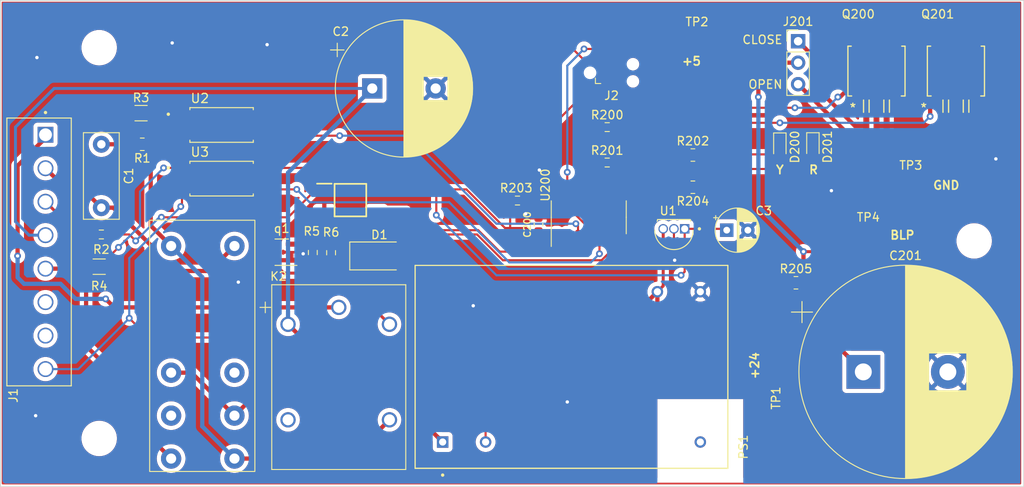
<source format=kicad_pcb>
(kicad_pcb (version 20221018) (generator pcbnew)
  (layers (0 "F.Cu" signal) (31 "B.Cu" signal) (34 "B.Paste" user) (35 "F.Paste" user) (36 "B.SilkS" user "B.Silkscreen") (37 "F.SilkS" user "F.Silkscreen") (38 "B.Mask" user) (39 "F.Mask" user) (44 "Edge.Cuts" user))
  (net 0 "")
  (net 1 "/L1")
  (net 2 "Net-(C1-Pad1)")
  (net 3 "+24V")
  (net 4 "/G_L1")
  (net 7 "Earth")
  (net 8 "/MCU/MCLR")
  (net 9 "GND")
  (net 10 "Net-(D1-K)")
  (net 13 "+5V")
  (net 14 "/MCU/DAT")
  (net 15 "/MCU/CLK")
  (net 16 "Net-(D200-A)")
  (net 17 "Net-(D201-A)")
  (net 19 "TEST")
  (net 20 "/L2")
  (net 21 "/MCU/BLP")
  (net 22 "Net-(IC1-ANODE)")
  (net 23 "/MCU/Close")
  (net 24 "/MCU/Open")
  (net 25 "TESTING")
  (net 26 "Net-(PS1-VAC_IN(L))")
  (net 28 "/UTIL")
  (net 29 "Net-(q1-B)")
  (net 30 "Net-(Q200-B)")
  (net 31 "Net-(Q201-B)")
  (net 32 "Net-(R3-Pad2)")
  (net 33 "Net-(R4-Pad2)")
  (net 34 "TEST_ON")
  (net 35 "Net-(U200-RA2)")
  (net 36 "Net-(U200-RC0)")
  (net 37 "Net-(U200-RC1)")
  (net 38 "Net-(U200-RC2)")
  (net 39 "UTIL_sig")
  (net 40 "GEN_sig")
  (footprint "Resistor_SMD:R_0805_2012Metric_Pad1.20x1.40mm_HandSolder" (layer "F.Cu") (at 183.769 89.154)
    (fp_text reference "R202" (at 0 -1.65) (layer "F.SilkS"))
    (fp_text value "470")
    (pad "1" smd roundrect (at -1 0) (size 1.2 1.4) (layers "F.Cu" "F.Paste" "F.Mask") (roundrect_rratio 0.2083333333) (net 37 "Net-(U200-RC1)"))
    (pad "2" smd roundrect (at 1 0) (size 1.2 1.4) (layers "F.Cu" "F.Paste" "F.Mask") (roundrect_rratio 0.2083333333) (net 16 "Net-(D200-A)"))
  )
  (footprint "Resistor_SMD:R_0805_2012Metric_Pad1.20x1.40mm_HandSolder" (layer "F.Cu") (at 183.769 92.964 180)
    (fp_text reference "R204" (at 0 -1.65) (layer "F.SilkS"))
    (fp_text value "470" hide)
    (pad "1" smd roundrect (at -1 0 180) (size 1.2 1.4) (layers "F.Cu" "F.Paste" "F.Mask") (roundrect_rratio 0.2083333333) (net 17 "Net-(D201-A)"))
    (pad "2" smd roundrect (at 1 0 180) (size 1.2 1.4) (layers "F.Cu" "F.Paste" "F.Mask") (roundrect_rratio 0.2083333333) (net 38 "Net-(U200-RC2)"))
  )
  (footprint "Capacitor_THT:CP_Radial_D16.0mm_P7.50mm" (layer "F.Cu") (at 145.839246 81.28)
    (fp_text reference "C2" (at -3.726246 -6.731) (layer "F.SilkS"))
    (fp_text value "1000uf")
    (pad "1" thru_hole rect (at 0 0) (size 2.4 2.4) (drill 1.2) (layers "*.Cu" "*.Mask") (net 3 "+24V"))
    (pad "2" thru_hole circle (at 7.5 0) (size 2.4 2.4) (drill 1.2) (layers "*.Cu" "*.Mask") (net 9 "GND"))
  )
  (footprint "Capacitor_THT:CP_Radial_D5.0mm_P2.50mm" (layer "F.Cu") (at 187.770888 98.044)
    (fp_text reference "C3" (at 4.380112 -2.286) (layer "F.SilkS"))
    (fp_text value "10uf")
    (pad "1" thru_hole rect (at 0 0) (size 1.6 1.6) (drill 0.8) (layers "*.Cu" "*.Mask") (net 13 "+5V"))
    (pad "2" thru_hole circle (at 2.5 0) (size 1.6 1.6) (drill 0.8) (layers "*.Cu" "*.Mask") (net 9 "GND"))
  )
  (footprint "Resistor_SMD:R_0603_1608Metric_Pad0.98x0.95mm_HandSolder" (layer "F.Cu") (at 173.6325 90.043)
    (fp_text reference "R201" (at 0 -1.43) (layer "F.SilkS"))
    (fp_text value "2.2k")
    (pad "1" smd roundrect (at -0.9125 0) (size 0.975 0.95) (layers "F.Cu" "F.Paste" "F.Mask") (net 36 "Net-(U200-RC0)"))
    (pad "2" smd roundrect (at 0.9125 0) (size 0.975 0.95) (layers "F.Cu" "F.Paste" "F.Mask") (net 31 "Net-(Q201-B)"))
  )
  (footprint "Resistor_SMD:R_0805_2012Metric_Pad1.20x1.40mm_HandSolder" (layer "F.Cu") (at 118.634 87.884 180)
    (fp_text reference "R1" (at 0 -1.65) (layer "F.SilkS"))
    (fp_text value "47" hide)
    (pad "1" smd roundrect (at -1 0 180) (size 1.2 1.4) (layers "F.Cu" "F.Paste" "F.Mask") (roundrect_rratio 0.2083333333) (net 28 "/UTIL"))
    (pad "2" smd roundrect (at 1 0 180) (size 1.2 1.4) (layers "F.Cu" "F.Paste" "F.Mask") (roundrect_rratio 0.2083333333) (net 2 "Net-(C1-Pad1)"))
  )
  (footprint "Connector_PinHeader_2.54mm:PinHeader_1x03_P2.54mm_Vertical" (layer "F.Cu") (at 196.215 75.692)
    (fp_text reference "J201" (at 0 -2.33) (layer "F.SilkS"))
    (fp_text value "Conn_01x03_Male" hide)
    (pad "1" thru_hole rect (at 0 0) (size 1.7 1.7) (drill 1) (layers "*.Cu" "*.Mask") (net 23 "/MCU/Close"))
    (pad "2" thru_hole oval (at 0 2.54) (size 1.7 1.7) (drill 1) (layers "*.Cu" "*.Mask") (net 21 "/MCU/BLP"))
    (pad "3" thru_hole oval (at 0 5.08) (size 1.7 1.7) (drill 1) (layers "*.Cu" "*.Mask") (net 24 "/MCU/Open"))
  )
  (footprint "Package_TO_SOT_SMD:SOT-23-3" (layer "F.Cu") (at 135.1335 100.65 180)
    (fp_text reference "q1" (at 0 2.794) (layer "F.SilkS"))
    (fp_text value "NPN_Transistor" hide)
    (pad "1" smd roundrect (at -1.1375 -0.95 180) (size 1.325 0.6) (layers "F.Cu" "F.Paste" "F.Mask") (net 9 "GND"))
    (pad "2" smd roundrect (at -1.1375 0.95 180) (size 1.325 0.6) (layers "F.Cu" "F.Paste" "F.Mask") (net 29 "Net-(q1-B)"))
    (pad "3" smd roundrect (at 1.1375 0 180) (size 1.325 0.6) (layers "F.Cu" "F.Paste" "F.Mask") (net 10 "Net-(D1-K)"))
  )
  (footprint "Connector:Tag-Connect_TC2030-IDC-NL_2x03_P1.27mm_Vertical" (layer "F.Cu") (at 174.1424 79.4258)
    (fp_text reference "J2" (at 0 2.7) (layer "F.SilkS"))
    (fp_text value "TagConnect_TC2030-MCP")
    (pad "" np_thru_hole circle (at -2.54 0) (size 0.9906 0.9906) (drill 0.9906) (layers "*.Cu" "*.Mask"))
    (pad "" np_thru_hole circle (at 2.54 -1.016) (size 0.9906 0.9906) (drill 0.9906) (layers "*.Cu" "*.Mask"))
    (pad "" np_thru_hole circle (at 2.54 1.016) (size 0.9906 0.9906) (drill 0.9906) (layers "*.Cu" "*.Mask"))
    (pad "1" connect circle (at -1.27 0.635) (size 0.7874 0.7874) (layers "F.Cu" "F.Mask") (net 8 "/MCU/MCLR"))
    (pad "2" connect circle (at -1.27 -0.635) (size 0.7874 0.7874) (layers "F.Cu" "F.Mask") (net 13 "+5V"))
    (pad "3" connect circle (at 0 0.635) (size 0.7874 0.7874) (layers "F.Cu" "F.Mask") (net 9 "GND"))
    (pad "4" connect circle (at 0 -0.635) (size 0.7874 0.7874) (layers "F.Cu" "F.Mask") (net 14 "/MCU/DAT"))
    (pad "5" connect circle (at 1.27 0.635) (size 0.7874 0.7874) (layers "F.Cu" "F.Mask") (net 15 "/MCU/CLK"))
    (pad "6" connect circle (at 1.27 -0.635) (size 0.7874 0.7874) (layers "F.Cu" "F.Mask"))
    (zone (net 0) (net_name "") (layer "F.Cu") (connect_pads (clearance 0)) (min_thickness 0.254)
      (keepout (tracks allowed) (vias not_allowed) (pads allowed) (copperpour not_allowed) (footprints not_allowed))
      (fill (thermal_gap 0.508) (thermal_bridge_width 0.508))
      (polygon (pts (xy 175.4124 78.7908) (xy 172.8724 78.7908) (xy 172.8724 80.0608) (xy 175.4124 80.0608)))
    )
  )
  (footprint "AAA_JH:CONV_RAC05E-24SK" (layer "F.Cu") (at 169.4075 114.2145 90)
    (fp_text reference "PS1" (at -9.4835 20.3305 90) (layer "F.SilkS"))
    (fp_text value "RAC05E-24SK")
    (pad "1" thru_hole rect (at -8.89 -15.24 90) (size 1.358 1.358) (drill 0.85) (layers "*.Cu" "*.Mask") (net 26 "Net-(PS1-VAC_IN(L))"))
    (pad "2" thru_hole circle (at -8.89 -10.16 90) (size 1.358 1.358) (drill 0.85) (layers "*.Cu" "*.Mask") (net 7 "Earth"))
    (pad "3" thru_hole circle (at -8.89 15.24 90) (size 1.358 1.358) (drill 0.85) (layers "*.Cu" "*.Mask"))
    (pad "4" thru_hole circle (at 8.89 15.24 90) (size 1.358 1.358) (drill 0.85) (layers "*.Cu" "*.Mask") (net 9 "GND"))
    (pad "5" thru_hole circle (at 8.89 10.16 90) (size 1.358 1.358) (drill 0.85) (layers "*.Cu" "*.Mask") (net 3 "+24V"))
    (zone (net 0) (net_name "") (layer "F.Cu") (connect_pads (clearance 0)) (min_thickness 0.01)
      (keepout (tracks not_allowed) (vias not_allowed) (pads not_allowed) (copperpour not_allowed) (footprints allowed))
      (fill (thermal_gap 0.508) (thermal_bridge_width 0.508))
      (polygon (pts (xy 179.5675 128.1845) (xy 179.5675 118.0245) (xy 189.7275 118.0245) (xy 189.7275 128.1845)))
    )
    (zone (net 0) (net_name "") (layer "B.Cu") (connect_pads (clearance 0)) (min_thickness 0.01)
      (keepout (tracks not_allowed) (vias not_allowed) (pads not_allowed) (copperpour not_allowed) (footprints allowed))
      (fill (thermal_gap 0.508) (thermal_bridge_width 0.508))
      (polygon (pts (xy 179.5675 128.1845) (xy 179.5675 118.0245) (xy 189.7275 118.0245) (xy 189.7275 128.1845)))
    )
  )
  (footprint "AAA_JH:4052" (layer "F.Cu") (at 125.73 93.059)
    (fp_text reference "K1" hide)
    (fp_text value "40.52.8.024.5000" hide)
    (pad "1" thru_hole circle (at -3.683 6.858) (size 2.4 2.4) (drill 1.2) (layers "*.Cu" "*.Mask") (net 28 "/UTIL"))
    (pad "2" thru_hole circle (at 3.81 6.858) (size 2.4 2.4) (drill 1.2) (layers "*.Cu" "*.Mask") (net 20 "/L2"))
    (pad "3" thru_hole circle (at 3.81 21.844) (size 2.4 2.4) (drill 1.2) (layers "*.Cu" "*.Mask"))
    (pad "4" thru_hole circle (at 3.81 26.924) (size 2.4 2.4) (drill 1.2) (layers "*.Cu" "*.Mask") (net 26 "Net-(PS1-VAC_IN(L))"))
    (pad "5" thru_hole circle (at 3.81 32.004) (size 2.4 2.4) (drill 1.2) (layers "*.Cu" "*.Mask") (net 28 "/UTIL"))
    (pad "6" thru_hole circle (at -3.683 21.844) (size 2.4 2.4) (drill 1.2) (layers "*.Cu" "*.Mask") (net 26 "Net-(PS1-VAC_IN(L))"))
    (pad "7" thru_hole circle (at -3.683 26.924) (size 2.4 2.4) (drill 1.2) (layers "*.Cu" "*.Mask"))
    (pad "8" thru_hole circle (at -3.683 32.004) (size 2.4 2.4) (drill 1.2) (layers "*.Cu" "*.Mask") (net 4 "/G_L1"))
  )
  (footprint "Resistor_SMD:R_0603_1608Metric_Pad0.98x0.95mm_HandSolder" (layer "F.Cu") (at 138.811 100.6875 -90)
    (fp_text reference "R5" (at -2.5165 0.127 -180) (layer "F.SilkS"))
    (fp_text value "10k" hide)
    (pad "1" smd roundrect (at -0.9125 0 270) (size 0.975 0.95) (layers "F.Cu" "F.Paste" "F.Mask") (net 29 "Net-(q1-B)"))
    (pad "2" smd roundrect (at 0.9125 0 270) (size 0.975 0.95) (layers "F.Cu" "F.Paste" "F.Mask") (net 9 "GND"))
  )
  (footprint "Resistor_SMD:R_0603_1608Metric_Pad0.98x0.95mm_HandSolder" (layer "F.Cu") (at 140.97 100.711 -90)
    (fp_text reference "R6" (at -2.413 0 -180) (layer "F.SilkS"))
    (fp_text value "470")
    (pad "1" smd roundrect (at -0.9125 0 270) (size 0.975 0.95) (layers "F.Cu" "F.Paste" "F.Mask") (net 29 "Net-(q1-B)"))
    (pad "2" smd roundrect (at 0.9125 0 270) (size 0.975 0.95) (layers "F.Cu" "F.Paste" "F.Mask") (net 34 "TEST_ON"))
  )
  (footprint "Resistor_SMD:R_0603_1608Metric_Pad0.98x0.95mm_HandSolder" (layer "F.Cu") (at 113.792 98.552)
    (fp_text reference "R2" (at 0 1.778) (layer "F.SilkS"))
    (fp_text value "2.2k" hide)
    (pad "1" smd roundrect (at -0.9125 0) (size 0.975 0.95) (layers "F.Cu" "F.Paste" "F.Mask") (net 19 "TEST"))
    (pad "2" smd roundrect (at 0.9125 0) (size 0.975 0.95) (layers "F.Cu" "F.Paste" "F.Mask") (net 22 "Net-(IC1-ANODE)"))
  )
  (footprint "MountingHole:MountingHole_3.7mm" (layer "F.Cu") (at 113.538 76.454)
    (fp_text reference "H3" hide)
    (fp_text value "MountingHole")
    (pad "" np_thru_hole circle (at 0 0) (size 3.7 3.7) (drill 3.7) (layers "*.Cu" "*.Mask"))
  )
  (footprint "MountingHole:MountingHole_3.7mm" (layer "F.Cu") (at 113.538 122.682)
    (fp_text reference "H1" hide)
    (fp_text value "MountingHole")
    (pad "" np_thru_hole circle (at 0 0) (size 3.7 3.7) (drill 3.7) (layers "*.Cu" "*.Mask"))
  )
  (footprint "AAA_Misc:KEYSTONE_5019" (layer "F.Cu") (at 209.4992 92.5576)
    (fp_text reference "TP3" (at 0.0508 -2.1844) (layer "F.SilkS"))
    (fp_text value "5019")
    (pad "TP" smd rect (at 0 0) (size 3.8 2.03) (layers "F.Cu" "F.Paste" "F.Mask") (net 9 "GND"))
  )
  (footprint "LED_SMD:LED_0603_1608Metric_Pad1.05x0.95mm_HandSolder" (layer "F.Cu") (at 197.9676 88.1774 -90)
    (fp_text reference "D201" (at 0.0114 -1.7272 90) (layer "F.SilkS"))
    (fp_text value "LED red")
    (pad "1" smd roundrect (at -0.875 0 270) (size 1.05 0.95) (layers "F.Cu" "F.Paste" "F.Mask") (net 9 "GND"))
    (pad "2" smd roundrect (at 0.875 0 270) (size 1.05 0.95) (layers "F.Cu" "F.Paste" "F.Mask") (net 17 "Net-(D201-A)"))
  )
  (footprint "AAA_Misc:KEYSTONE_5019" (layer "F.Cu") (at 193.3956 114.0968 90)
    (fp_text reference "TP1" (at -3.81 0.2032 90) (layer "F.SilkS"))
    (fp_text value "5019")
    (pad "TP" smd rect (at 0 0 90) (size 3.8 2.03) (layers "F.Cu" "F.Paste" "F.Mask") (net 3 "+24V"))
  )
  (footprint "Capacitor_THT:CP_Radial_D25.0mm_P10.00mm_SnapIn" (layer "F.Cu") (at 203.92863 114.808)
    (fp_text reference "C201" (at 5 -13.75) (layer "F.SilkS"))
    (fp_text value "4700uf")
    (pad "1" thru_hole rect (at 0 0) (size 4 4) (drill 2) (layers "*.Cu" "*.Mask") (net 21 "/MCU/BLP"))
    (pad "2" thru_hole circle (at 10 0) (size 4 4) (drill 2) (layers "*.Cu" "*.Mask") (net 9 "GND"))
  )
  (footprint "MountingHole:MountingHole_3.7mm" (layer "F.Cu") (at 217.043 99.314)
    (fp_text reference "H2" hide)
    (fp_text value "MountingHole")
    (pad "" np_thru_hole circle (at 0 0) (size 3.7 3.7) (drill 3.7) (layers "*.Cu" "*.Mask"))
  )
  (footprint "AAA_JH:TRANS_2SD1918_ROM-M" (layer "F.Cu") (at 214.884 79.2226)
    (fp_text reference "Q201" (at -2.159 -6.731 unlocked) (layer "F.SilkS"))
    (fp_text value "Q_NPN_Darlington_CBE" hide)
    (fp_text user "*" (at -3.81 4.3434 unlocked) (layer "F.SilkS"))
    (pad "1" smd rect (at -1.2 6.4897) (size 0.7112 2.5146) (layers "F.Cu" "F.Paste" "F.Mask") (net 24 "/MCU/Open"))
    (pad "2" smd rect (at 0 -1.2446) (size 5.3086 8.0264) (layers "F.Cu" "F.Paste" "F.Mask") (net 31 "Net-(Q201-B)"))
    (pad "3" smd rect (at 1.2 6.4897) (size 0.7112 2.5146) (layers "F.Cu" "F.Paste" "F.Mask") (net 9 "GND"))
  )
  (footprint "AAA_JH:SOP254P675X220-4N" (layer "F.Cu") (at 143.256 94.488)
    (fp_text reference "IC1" hide)
    (fp_text value "LTV-356T" hide)
    (pad "1" smd rect (at -3.088 -1.27 90) (size 0.65 1.725) (layers "F.Cu" "F.Paste" "F.Mask") (net 22 "Net-(IC1-ANODE)"))
    (pad "2" smd rect (at -3.088 1.27 90) (size 0.65 1.725) (layers "F.Cu" "F.Paste" "F.Mask") (net 9 "GND"))
    (pad "3" smd rect (at 3.088 1.27 90) (size 0.65 1.725) (layers "F.Cu" "F.Paste" "F.Mask") (net 25 "TESTING"))
    (pad "4" smd rect (at 3.088 -1.27 90) (size 0.65 1.725) (layers "F.Cu" "F.Paste" "F.Mask") (net 13 "+5V"))
  )
  (footprint "Resistor_SMD:R_1206_3216Metric_Pad1.30x1.75mm_HandSolder" (layer "F.Cu") (at 118.491 84.201)
    (fp_text reference "R3" (at 0 -1.82) (layer "F.SilkS"))
    (fp_text value "100k" hide)
    (pad "1" smd roundrect (at -1.55 0) (size 1.3 1.75) (layers "F.Cu" "F.Paste" "F.Mask") (roundrect_rratio 0.1923076923) (net 28 "/UTIL"))
    (pad "2" smd roundrect (at 1.55 0) (size 1.3 1.75) (layers "F.Cu" "F.Paste" "F.Mask") (roundrect_rratio 0.1923076923) (net 32 "Net-(R3-Pad2)"))
  )
  (footprint "Resistor_SMD:R_0805_2012Metric_Pad1.20x1.40mm_HandSolder" (layer "F.Cu") (at 195.961 104.267)
    (fp_text reference "R205" (at 0 -1.65) (layer "F.SilkS"))
    (fp_text value "220")
    (pad "1" smd roundrect (at -1 0) (size 1.2 1.4) (layers "F.Cu" "F.Paste" "F.Mask") (roundrect_rratio 0.2083333333) (net 3 "+24V"))
    (pad "2" smd roundrect (at 1 0) (size 1.2 1.4) (layers "F.Cu" "F.Paste" "F.Mask") (roundrect_rratio 0.2083333333) (net 21 "/MCU/BLP"))
  )
  (footprint "Capacitor_SMD:C_0603_1608Metric_Pad1.08x0.95mm_HandSolder" (layer "F.Cu") (at 165.5064 97.3836 90)
    (fp_text reference "C200" (at 0 -1.3208 90) (layer "F.SilkS") (effects (font (size 0.8 0.8))))
    (fp_text value ".1uf")
    (pad "1" smd roundrect (at -0.8625 0 90) (size 1.075 0.95) (layers "F.Cu" "F.Paste" "F.Mask") (net 13 "+5V"))
    (pad "2" smd roundrect (at 0.8625 0 90) (size 1.075 0.95) (layers "F.Cu" "F.Paste" "F.Mask") (net 9 "GND"))
  )
  (footprint "AAA_Misc:KEYSTONE_5019" (layer "F.Cu") (at 204.5208 98.5012)
    (fp_text reference "TP4" (at 0 -1.9812) (layer "F.SilkS"))
    (fp_text value "5019")
    (pad "TP" smd rect (at 0 0) (size 3.8 2.03) (layers "F.Cu" "F.Paste" "F.Mask") (net 21 "/MCU/BLP"))
  )
  (footprint "AAA_JH:SOP254P1015X230-4N" (layer "F.Cu") (at 128.016 85.598)
    (fp_text reference "U2" (at -2.56894 -3.14505) (layer "F.SilkS") (effects (font (size 1.080173 1.080173))))
    (fp_text value "TCLT1600")
    (pad "1" smd roundrect (at -4.685 -1.27) (size 1.84 0.64) (layers "F.Cu" "F.Paste" "F.Mask") (roundrect_rratio 0.05) (net 32 "Net-(R3-Pad2)"))
    (pad "2" smd roundrect (at -4.685 1.27) (size 1.84 0.64) (layers "F.Cu" "F.Paste" "F.Mask") (roundrect_rratio 0.05) (net 7 "Earth"))
    (pad "3" smd roundrect (at 4.685 1.27) (size 1.84 0.64) (layers "F.Cu" "F.Paste" "F.Mask") (roundrect_rratio 0.05) (net 39 "UTIL_sig"))
    (pad "4" smd roundrect (at 4.685 -1.27) (size 1.84 0.64) (layers "F.Cu" "F.Paste" "F.Mask") (roundrect_rratio 0.05) (net 13 "+5V"))
  )
  (footprint "AAA_JH:SOP254P1015X230-4N" (layer "F.Cu") (at 128.016 91.948)
    (fp_text reference "U3" (at -2.56894 -3.14505) (layer "F.SilkS") (effects (font (size 1.080173 1.080173))))
    (fp_text value "TCLT1600")
    (pad "1" smd roundrect (at -4.685 -1.27) (size 1.84 0.64) (layers "F.Cu" "F.Paste" "F.Mask") (roundrect_rratio 0.05) (net 33 "Net-(R4-Pad2)"))
    (pad "2" smd roundrect (at -4.685 1.27) (size 1.84 0.64) (layers "F.Cu" "F.Paste" "F.Mask") (roundrect_rratio 0.05) (net 7 "Earth"))
    (pad "3" smd roundrect (at 4.685 1.27) (size 1.84 0.64) (layers "F.Cu" "F.Paste" "F.Mask") (roundrect_rratio 0.05) (net 40 "GEN_sig"))
    (pad "4" smd roundrect (at 4.685 -1.27) (size 1.84 0.64) (layers "F.Cu" "F.Paste" "F.Mask") (roundrect_rratio 0.05) (net 13 "+5V"))
  )
  (footprint "AAA_JH:TO92127P478H483-3" (layer "F.Cu") (at 181.52625 97.8855 180)
    (fp_text reference "U1" (at 0.67825 2.1275) (layer "F.SilkS"))
    (fp_text value "LM340LAZ-5.0" hide)
    (pad "1" thru_hole rect (at -1.27 0 180) (size 1.12 1.12) (drill 0.83) (layers "*.Cu" "*.Mask") (net 13 "+5V"))
    (pad "2" thru_hole circle (at 0 0 180) (size 1.12 1.12) (drill 0.83) (layers "*.Cu" "*.Mask") (net 9 "GND"))
    (pad "3" thru_hole circle (at 1.27 0 180) (size 1.12 1.12) (drill 0.83) (layers "*.Cu" "*.Mask") (net 3 "+24V"))
  )
  (footprint "Resistor_SMD:R_0603_1608Metric_Pad0.98x0.95mm_HandSolder" (layer "F.Cu") (at 173.6325 85.852)
    (fp_text reference "R200" (at 0 -1.43) (layer "F.SilkS"))
    (fp_text value "2.2k")
    (pad "1" smd roundrect (at -0.9125 0) (size 0.975 0.95) (layers "F.Cu" "F.Paste" "F.Mask") (net 35 "Net-(U200-RA2)"))
    (pad "2" smd roundrect (at 0.9125 0) (size 0.975 0.95) (layers "F.Cu" "F.Paste" "F.Mask") (net 30 "Net-(Q200-B)"))
  )
  (footprint "Package_SO:SOIC-14_3.9x8.7mm_P1.27mm" (layer "F.Cu") (at 171.45 96.52 90)
    (fp_text reference "U200" (at 3.81 -5.1308 90) (layer "F.SilkS"))
    (fp_text value "PIC16F1613-I/SL")
    (pad "1" smd roundrect (at -2.475 -3.81 90) (size 1.95 0.6) (layers "F.Cu" "F.Paste" "F.Mask") (net 13 "+5V"))
    (pad "2" smd roundrect (at -2.475 -2.54 90) (size 1.95 0.6) (layers "F.Cu" "F.Paste" "F.Mask") (net 25 "TESTING"))
    (pad "3" smd roundrect (at -2.475 -1.27 90) (size 1.95 0.6) (layers "F.Cu" "F.Paste" "F.Mask") (net 39 "UTIL_sig"))
    (pad "4" smd roundrect (at -2.475 0 90) (size 1.95 0.6) (layers "F.Cu" "F.Paste" "F.Mask") (net 8 "/MCU/MCLR"))
    (pad "5" smd roundrect (at -2.475 1.27 90) (size 1.95 0.6) (layers "F.Cu" "F.Paste" "F.Mask") (net 40 "GEN_sig"))
    (pad "6" smd roundrect (at -2.475 2.54 90) (size 1.95 0.6) (layers "F.Cu" "F.Paste" "F.Mask") (net 34 "TEST_ON"))
    (pad "7" smd roundrect (at -2.475 3.81 90) (size 1.95 0.6) (layers "F.Cu" "F.Paste" "F.Mask"))
    (pad "8" smd roundrect (at 2.475 3.81 90) (size 1.95 0.6) (layers "F.Cu" "F.Paste" "F.Mask") (net 38 "Net-(U200-RC2)"))
    (pad "9" smd roundrect (at 2.475 2.54 90) (size 1.95 0.6) (layers "F.Cu" "F.Paste" "F.Mask") (net 37 "Net-(U200-RC1)"))
    (pad "10" smd roundrect (at 2.475 1.27 90) (size 1.95 0.6) (layers "F.Cu" "F.Paste" "F.Mask") (net 36 "Net-(U200-RC0)"))
    (pad "11" smd roundrect (at 2.475 0 90) (size 1.95 0.6) (layers "F.Cu" "F.Paste" "F.Mask") (net 35 "Net-(U200-RA2)"))
    (pad "12" smd roundrect (at 2.475 -1.27 90) (size 1.95 0.6) (layers "F.Cu" "F.Paste" "F.Mask") (net 15 "/MCU/CLK"))
    (pad "13" smd roundrect (at 2.475 -2.54 90) (size 1.95 0.6) (layers "F.Cu" "F.Paste" "F.Mask") (net 14 "/MCU/DAT"))
    (pad "14" smd roundrect (at 2.475 -3.81 90) (size 1.95 0.6) (layers "F.Cu" "F.Paste" "F.Mask") (net 9 "GND"))
  )
  (footprint "AAA_JH:TRANS_2SD1918_ROM-M" (layer "F.Cu") (at 205.486 79.2226)
    (fp_text reference "Q200" (at -2.159 -6.731 unlocked) (layer "F.SilkS"))
    (fp_text value "Q_NPN_Darlington_CBE" hide)
    (fp_text user "*" (at -2.794 4.3434) (layer "F.SilkS"))
    (pad "1" smd rect (at -1.2 6.4897) (size 0.7112 2.5146) (layers "F.Cu" "F.Paste" "F.Mask") (net 23 "/MCU/Close"))
    (pad "2" smd rect (at 0 -1.2446) (size 5.3086 8.0264) (layers "F.Cu" "F.Paste" "F.Mask") (net 30 "Net-(Q200-B)"))
    (pad "3" smd rect (at 1.2 6.4897) (size 0.7112 2.5146) (layers "F.Cu" "F.Paste" "F.Mask") (net 9 "GND"))
  )
  (footprint "Diode_SMD:D_SMA" (layer "F.Cu") (at 146.685 101.092)
    (fp_text reference "D1" (at 0 -2.5) (layer "F.SilkS"))
    (fp_text value "MRA4007T3G" hide)
    (pad "1" smd roundrect (at -2 0) (size 2.5 1.8) (layers "F.Cu" "F.Paste" "F.Mask") (roundrect_rratio 0.1388888889) (net 10 "Net-(D1-K)"))
    (pad "2" smd roundrect (at 2 0) (size 2.5 1.8) (layers "F.Cu" "F.Paste" "F.Mask") (roundrect_rratio 0.1388888889) (net 9 "GND"))
  )
  (footprint "AAA_JH:G5LE-14-CF DC24" (layer "F.Cu") (at 141.8765 123.6776)
    (fp_text reference "K2" (at -7.1295 -20.1726) (layer "F.SilkS"))
    (fp_text value "G5LE-14-CF_DC24" hide)
    (pad "1" thru_hole circle (at 0 -16.499998) (size 1.808 1.808) (drill 1.3) (layers "*.Cu" "*.Mask") (net 1 "/L1"))
    (pad "2" thru_hole circle (at -5.999999 -14.499996) (size 1.808 1.808) (drill 1.3) (layers "*.Cu" "*.Mask") (net 3 "+24V"))
    (pad "3" thru_hole circle (at -5.999999 -3.200001) (size 1.808 1.808) (drill 1.3) (layers "*.Cu" "*.Mask"))
    (pad "4" thru_hole circle (at 5.999999 -3.200001) (size 1.808 1.808) (drill 1.3) (layers "*.Cu" "*.Mask") (net 28 "/UTIL"))
    (pad "5" thru_hole circle (at 5.999999 -14.499996) (size 1.808 1.808) (drill 1.3) (layers "*.Cu" "*.Mask") (net 10 "Net-(D1-K)"))
  )
  (footprint "Resistor_SMD:R_0603_1608Metric_Pad0.98x0.95mm_HandSolder" (layer "F.Cu") (at 163.0172 94.5388 180)
    (fp_text reference "R203" (at 0.1505 1.4732) (layer "F.SilkS"))
    (fp_text value "2.2k" hide)
    (pad "1" smd roundrect (at -0.9125 0 180) (size 0.975 0.95) (layers "F.Cu" "F.Paste" "F.Mask") (net 8 "/MCU/MCLR"))
    (pad "2" smd roundrect (at 0.9125 0 180) (size 0.975 0.95) (layers "F.Cu" "F.Paste" "F.Mask") (net 13 "+5V"))
  )
  (footprint "Capacitor_THT:C_Rect_L10.0mm_W4.0mm_P7.50mm_MKS4" (layer "F.Cu") (at 113.792 87.884 -90)
    (fp_text reference "C1" (at 3.75 -3.25 90) (layer "F.SilkS"))
    (fp_text value ".01/400v")
    (pad "1" thru_hole circle (at 0 0 270) (size 2 2) (drill 1) (layers "*.Cu" "*.Mask") (net 2 "Net-(C1-Pad1)"))
    (pad "2" thru_hole circle (at 7.5 0 270) (size 2 2) (drill 1) (layers "*.Cu" "*.Mask") (net 20 "/L2"))
  )
  (footprint "Resistor_SMD:R_1206_3216Metric_Pad1.30x1.75mm_HandSolder" (layer "F.Cu") (at 113.538 102.362)
    (fp_text reference "R4" (at 0 2.286) (layer "F.SilkS"))
    (fp_text value "100k" hide)
    (pad "1" smd roundrect (at -1.55 0) (size 1.3 1.75) (layers "F.Cu" "F.Paste" "F.Mask") (roundrect_rratio 0.1923076923) (net 4 "/G_L1"))
    (pad "2" smd roundrect (at 1.55 0) (size 1.3 1.75) (layers "F.Cu" "F.Paste" "F.Mask") (roundrect_rratio 0.1923076923) (net 33 "Net-(R4-Pad2)"))
  )
  (footprint "AAA_Misc:KEYSTONE_5019" (layer "F.Cu") (at 183.9976 75.3872)
    (fp_text reference "TP2" (at 0.254 -1.9812) (layer "F.SilkS"))
    (fp_text value "5019")
    (pad "TP" smd rect (at 0 0) (size 3.8 2.03) (layers "F.Cu" "F.Paste" "F.Mask") (net 13 "+5V"))
  )
  (footprint "AAA_JH:TE_640388-8" (layer "F.Cu") (at 107.186 86.7575 90)
    (fp_text reference "J1" (at -30.8445 -3.808 90) (layer "F.SilkS"))
    (fp_text value "640388-8")
    (pad "1" thru_hole rect (at 0 0 90) (size 1.874 1.874) (drill 1.524) (layers "*.Cu" "*.Mask") (net 1 "/L1"))
    (pad "2" thru_hole circle (at -3.96 0 90) (size 1.874 1.874) (drill 1.524) (layers "*.Cu" "*.Mask") (net 20 "/L2"))
    (pad "3" thru_hole circle (at -7.92 0 90) (size 1.874 1.874) (drill 1.524) (layers "*.Cu" "*.Mask") (net 19 "TEST"))
    (pad "4" thru_hole circle (at -11.88 0 90) (size 1.874 1.874) (drill 1.524) (layers "*.Cu" "*.Mask") (net 3 "+24V"))
    (pad "5" thru_hole circle (at -15.84 0 90) (size 1.874 1.874) (drill 1.524) (layers "*.Cu" "*.Mask") (net 4 "/G_L1"))
    (pad "6" thru_hole circle (at -19.8 0 90) (size 1.874 1.874) (drill 1.524) (layers "*.Cu" "*.Mask"))
    (pad "7" thru_hole circle (at -23.76 0 90) (size 1.874 1.874) (drill 1.524) (layers "*.Cu" "*.Mask"))
    (pad "8" thru_hole circle (at -27.72 0 90) (size 1.874 1.874) (drill 1.524) (layers "*.Cu" "*.Mask") (net 7 "Earth"))
  )
  (footprint "LED_SMD:LED_0603_1608Metric_Pad1.05x0.95mm_HandSolder" (layer "F.Cu") (at 194.056 88.202 -90)
    (fp_text reference "D200" (at 0 -1.778 90) (layer "F.SilkS"))
    (fp_text value "LED Yellow")
    (pad "1" smd roundrect (at -0.875 0 270) (size 1.05 0.95) (layers "F.Cu" "F.Paste" "F.Mask") (net 9 "GND"))
    (pad "2" smd roundrect (at 0.875 0 270) (size 1.05 0.95) (layers "F.Cu" "F.Paste" "F.Mask") (net 16 "Net-(D200-A)"))
  )
  (gr_rect (start 102.108 71.12) (end 222.504 128.016) (stroke (width 0.2)) (fill none) (layer "F.Cu"))
  (gr_line (start 101.854 70.866) (end 222.9104 70.866) (stroke (width 0.1)) (layer "Edge.Cuts"))
  (gr_line (start 222.9104 128.3716) (end 101.854 128.3716) (stroke (width 0.1)) (layer "Edge.Cuts"))
  (gr_line (start 101.854 128.3716) (end 101.854 70.866) (stroke (width 0.1)) (layer "Edge.Cuts"))
  (gr_line (start 222.9104 70.866) (end 222.9104 128.3716) (stroke (width 0.1)) (layer "Edge.Cuts"))
  (gr_text "GND" (at 212.09 93.3196) (layer "F.SilkS") (effects (font (size 1 1) (thickness 0.2) bold) (justify left bottom)))
  (gr_text "+5" (at 182.372 78.6384) (layer "F.SilkS") (effects (font (size 1 1) (thickness 0.2) bold) (justify left bottom)))
  (gr_text "OPEN" (at 190.246 81.3816) (layer "F.SilkS") (effects (font (size 1 1)) (justify left bottom)))
  (gr_text "BLP" (at 207.01 99.2124) (layer "F.SilkS") (effects (font (size 1 1) (thickness 0.2) bold) (justify left bottom)))
  (gr_text "+24" (at 191.6684 115.7732 90) (layer "F.SilkS") (effects (font (size 1 1) (thickness 0.2) bold) (justify left bottom)))
  (gr_text "R" (at 197.4088 91.4908) (layer "F.SilkS") (effects (font (size 1 1) (thickness 0.2) bold) (justify left bottom)))
  (gr_text "Y" (at 193.4972 91.4908) (layer "F.SilkS") (effects (font (size 1 1) (thickness 0.2) bold) (justify left bottom)))
  (gr_text "CLOSE" (at 189.5348 76.0984) (layer "F.SilkS") (effects (font (size 1 1)) (justify left bottom)))
  (segment (start 103.886 101.092) (end 103.886 90.424) (width 0.5) (layer "F.Cu") (net 1))
  (segment (start 141.8765 107.177602) (end 115.305602 107.177602) (width 0.5) (layer "F.Cu") (net 1))
  (segment (start 103.886 90.424) (end 107.186 87.124) (width 0.5) (layer "F.Cu") (net 1))
  (segment (start 107.186 87.124) (end 107.186 86.7575) (width 0.25) (layer "F.Cu") (net 1))
  (segment (start 115.305602 107.177602) (end 114.3 106.172) (width 0.5) (layer "F.Cu") (net 1))
  (via (at 103.886 101.092) (size 0.8) (drill 0.4) (layers "F.Cu" "B.Cu") (net 1))
  (via (at 114.3 106.172) (size 0.8) (drill 0.4) (layers "F.Cu" "B.Cu") (net 1))
  (segment (start 114.3 106.172) (end 110.744 106.172) (width 0.5) (layer "B.Cu") (net 1))
  (segment (start 109.474 104.902) (end 108.966 104.394) (width 0.5) (layer "B.Cu") (net 1))
  (segment (start 108.966 104.394) (end 104.648 104.394) (width 0.5) (layer "B.Cu") (net 1))
  (segment (start 104.648 104.394) (end 103.886 103.632) (width 0.5) (layer "B.Cu") (net 1))
  (segment (start 103.886 103.632) (end 103.886 101.092) (width 0.5) (layer "B.Cu") (net 1))
  (segment (start 110.744 106.172) (end 109.474 104.902) (width 0.5) (layer "B.Cu") (net 1))
  (segment (start 113.792 87.884) (end 117.634 87.884) (width 0.5) (layer "F.Cu") (net 2))
  (segment (start 135.876501 109.177604) (end 138.966897 112.268) (width 0.5) (layer "F.Cu") (net 3))
  (segment (start 180.25625 97.8855) (end 180.25625 104.63575) (width 0.35) (layer "F.Cu") (net 3))
  (segment (start 194.961 105.267) (end 194.961 104.267) (width 0.5) (layer "F.Cu") (net 3))
  (segment (start 179.5675 107.9395) (end 180.594 108.966) (width 0.5) (layer "F.Cu") (net 3))
  (segment (start 172.624 112.268) (end 179.5675 105.3245) (width 0.5) (layer "F.Cu") (net 3))
  (segment (start 138.966897 112.268) (end 172.624 112.268) (width 0.5) (layer "F.Cu") (net 3))
  (segment (start 193.3956 114.0968) (end 193.3956 111.0996) (width 0.35) (layer "F.Cu") (net 3))
  (segment (start 180.594 108.966) (end 191.262 108.966) (width 0.5) (layer "F.Cu") (net 3))
  (segment (start 191.262 108.966) (end 194.961 105.267) (width 0.5) (layer "F.Cu") (net 3))
  (segment (start 193.3956 111.0996) (end 191.262 108.966) (width 0.35) (layer "F.Cu") (net 3))
  (segment (start 180.25625 104.63575) (end 179.5675 105.3245) (width 0.35) (layer "F.Cu") (net 3))
  (segment (start 179.5675 105.3245) (end 179.5675 107.9395) (width 0.5) (layer "F.Cu") (net 3))
  (segment (start 107.186 98.6375) (end 105.2415 98.6375) (width 0.35) (layer "B.Cu") (net 3))
  (segment (start 135.876501 91.242745) (end 145.839246 81.28) (width 0.5) (layer "B.Cu") (net 3))
  (segment (start 103.632 85.852) (end 108.204 81.28) (width 0.35) (layer "B.Cu") (net 3))
  (segment (start 105.2415 98.6375) (end 103.632 97.028) (width 0.35) (layer "B.Cu") (net 3))
  (segment (start 103.632 97.028) (end 103.632 85.852) (width 0.35) (layer "B.Cu") (net 3))
  (segment (start 135.876501 109.177604) (end 135.876501 91.242745) (width 0.5) (layer "B.Cu") (net 3))
  (segment (start 108.204 81.28) (end 145.839246 81.28) (width 0.35) (layer "B.Cu") (net 3))
  (segment (start 111.988 111.734) (end 111.988 102.362) (width 0.5) (layer "F.Cu") (net 4))
  (segment (start 111.7525 102.5975) (end 111.988 102.362) (width 0.25) (layer "F.Cu") (net 4))
  (segment (start 107.186 102.5975) (end 111.7525 102.5975) (width 0.5) (layer "F.Cu") (net 4))
  (segment (start 122.047 125.063) (end 118.11 121.126) (width 0.5) (layer "F.Cu") (net 4))
  (segment (start 118.11 121.126) (end 118.11 117.856) (width 0.5) (layer "F.Cu") (net 4))
  (segment (start 118.11 117.856) (end 111.988 111.734) (width 0.5) (layer "F.Cu") (net 4))
  (segment (start 126.873 88.265) (end 126.873 91.694) (width 0.25) (layer "F.Cu") (net 7))
  (segment (start 130.556 110.744) (end 119.38 110.744) (width 0.25) (layer "F.Cu") (net 7))
  (segment (start 123.331 95.109) (end 123.19 95.25) (width 0.25) (layer "F.Cu") (net 7))
  (segment (start 159.2475 123.1045) (end 159.2475 120.6395) (width 0.25) (layer "F.Cu") (net 7))
  (segment (start 152.654 114.046) (end 133.858 114.046) (width 0.25) (layer "F.Cu") (net 7))
  (segment (start 125.349 93.218) (end 123.331 93.218) (width 0.25) (layer "F.Cu") (net 7))
  (segment (start 126.873 91.694) (end 125.349 93.218) (width 0.25) (layer "F.Cu") (net 7))
  (segment (start 119.38 110.744) (end 117.094 108.458) (width 0.25) (layer "F.Cu") (net 7))
  (segment (start 125.476 86.868) (end 126.873 88.265) (width 0.25) (layer "F.Cu") (net 7))
  (segment (start 133.858 114.046) (end 130.556 110.744) (width 0.25) (layer "F.Cu") (net 7))
  (segment (start 123.331 93.218) (end 123.331 95.109) (width 0.25) (layer "F.Cu") (net 7))
  (segment (start 159.2475 120.6395) (end 152.654 114.046) (width 0.25) (layer "F.Cu") (net 7))
  (segment (start 123.331 86.868) (end 125.476 86.868) (width 0.25) (layer "F.Cu") (net 7))
  (via (at 117.094 108.458) (size 0.8) (drill 0.4) (layers "F.Cu" "B.Cu") (net 7))
  (via (at 123.19 95.25) (size 0.8) (drill 0.4) (layers "F.Cu" "B.Cu") (net 7))
  (segment (start 123.19 95.25) (end 117.094 101.346) (width 0.25) (layer "B.Cu") (net 7))
  (segment (start 117.094 108.458) (end 111.0745 114.4775) (width 0.25) (layer "B.Cu") (net 7))
  (segment (start 117.094 101.346) (end 117.094 108.458) (width 0.25) (layer "B.Cu") (net 7))
  (segment (start 111.0745 114.4775) (end 107.186 114.4775) (width 0.25) (layer "B.Cu") (net 7))
  (segment (start 172.7708 80.0608) (end 170.122 82.7096) (width 0.25) (layer "F.Cu") (net 8))
  (segment (start 164.0332 94.5388) (end 165.6588 94.5388) (width 0.25) (layer "F.Cu") (net 8))
  (segment (start 171.45 97.780695) (end 171.45 98.995) (width 0.25) (layer "F.Cu") (net 8))
  (segment (start 164.0332 88.797004) (end 164.0332 94.5388) (width 0.25) (layer "F.Cu") (net 8))
  (segment (start 170.122 82.7096) (end 170.120604 82.7096) (width 0.25) (layer "F.Cu") (net 8))
  (segment (start 166.624 95.504) (end 169.173305 95.504) (width 0.25) (layer "F.Cu") (net 8))
  (segment (start 169.173305 95.504) (end 171.45 97.780695) (width 0.25) (layer "F.Cu") (net 8))
  (segment (start 172.8724 80.0608) (end 172.7708 80.0608) (width 0.25) (layer "F.Cu") (net 8))
  (segment (start 170.120604 82.7096) (end 164.0332 88.797004) (width 0.25) (layer "F.Cu") (net 8))
  (segment (start 165.6588 94.5388) (end 166.624 95.504) (width 0.25) (layer "F.Cu") (net 8))
  (segment (start 181.52625 101.51625) (end 181.61 101.6) (width 0.25) (layer "F.Cu") (net 9))
  (segment (start 138.811 101.6) (end 138.43 101.6) (width 0.25) (layer "F.Cu") (net 9))
  (segment (start 165.608 88.5952) (end 165.608 90.932) (width 0.25) (layer "F.Cu") (net 9))
  (segment (start 174.1424 80.0608) (end 165.608 88.5952) (width 0.25) (layer "F.Cu") (net 9))
  (segment (start 163.9824 96.1136) (end 164.3899 96.5211) (width 0.25) (layer "F.Cu") (net 9))
  (segment (start 181.52625 97.8855) (end 181.52625 101.51625) (width 0.25) (layer "F.Cu") (net 9))
  (segment (start 164.3899 96.5211) (end 165.5064 96.5211) (width 0.25) (layer "F.Cu") (net 9))
  (via (at 137.668 100.838) (size 0.8) (drill 0.4) (layers "F.Cu" "B.Cu") (net 9))
  (via (at 133.4008 76.0984) (size 0.8) (drill 0.4) (layers "F.Cu" "B.Cu") (net 9))
  (via (at 163.9824 96.1136) (size 0.8) (drill 0.4) (layers "F.Cu" "B.Cu") (net 9))
  (via (at 106.0196 119.9896) (size 0.8) (drill 0.4) (layers "F.Cu" "B.Cu") (net 9))
  (via (at 200.152 93.3704) (size 0.8) (drill 0.4) (layers "F.Cu" "B.Cu") (net 9))
  (via (at 181.61 101.6) (size 0.8) (drill 0.4) (layers "F.Cu" "B.Cu") (net 9))
  (via (at 165.608 90.932) (size 0.8) (drill 0.4) (layers "F.Cu" "B.Cu") (net 9))
  (via (at 168.91 118.364) (size 0.8) (drill 0.4) (layers "F.Cu" "B.Cu") (net 9))
  (via (at 106.172 77.6224) (size 0.8) (drill 0.4) (layers "F.Cu" "B.Cu") (net 9))
  (via (at 129.9972 104.1908) (size 0.8) (drill 0.4) (layers "F.Cu" "B.Cu") (net 9))
  (via (at 122.174 75.8952) (size 0.8) (drill 0.4) (layers "F.Cu" "B.Cu") (net 9))
  (via (at 219.6084 89.6112) (size 0.8) (drill 0.4) (layers "F.Cu" "B.Cu") (net 9))
  (via (at 157.7848 106.9848) (size 0.8) (drill 0.4) (layers "F.Cu" "B.Cu") (net 9))
  (segment (start 135.382 103.124) (end 141.822896 103.124) (width 0.35) (layer "F.Cu") (net 10))
  (segment (start 133.996 101.738) (end 135.382 103.124) (width 0.35) (layer "F.Cu") (net 10))
  (segment (start 141.822896 103.124) (end 144.825448 106.126552) (width 0.35) (layer "F.Cu") (net 10))
  (segment (start 144.825448 106.126552) (end 144.685 105.986105) (width 0.25) (layer "F.Cu") (net 10))
  (segment (start 144.685 105.986105) (end 144.685 101.092) (width 0.35) (layer "F.Cu") (net 10))
  (segment (start 147.876499 109.177604) (end 144.825448 106.126552) (width 0.35) (layer "F.Cu") (net 10))
  (segment (start 133.996 100.65) (end 133.996 101.738) (width 0.35) (layer "F.Cu") (net 10))
  (segment (start 163.322 97.79) (end 161.544 97.79) (width 0.25) (layer "F.Cu") (net 13))
  (segment (start 164.1348 97.79) (end 164.592 98.2472) (width 0.25) (layer "F.Cu") (net 13))
  (segment (start 182.79625 97.8855) (end 182.79625 102.95375) (width 0.25) (layer "F.Cu") (net 13))
  (segment (start 132.701 84.328) (end 130.81 84.328) (width 0.25) (layer "F.Cu") (net 13))
  (segment (start 182.79625 102.95375) (end 182.372 103.378) (width 0.25) (layer "F.Cu") (net 13))
  (segment (start 153.416 96.266) (end 153.416 93.218) (width 0.25) (layer "F.Cu") (net 13))
  (segment (start 162.1536 81.6864) (end 168.402 75.438) (width 0.25) (layer "F.Cu") (net 13))
  (segment (start 153.416 93.218) (end 156.972 93.218) (width 0.25) (layer "F.Cu") (net 13))
  (segment (start 170.5864 73.2536) (end 181.864 73.2536) (width 0.25) (layer "F.Cu") (net 13))
  (segment (start 182.79625 97.8855) (end 187.612388 97.8855) (width 0.25) (layer "F.Cu") (net 13))
  (segment (start 146.344 93.218) (end 153.416 93.218) (width 0.25) (layer "F.Cu") (net 13))
  (segment (start 165.5064 98.2461) (end 166.8911 98.2461) (width 0.25) (layer "F.Cu") (net 13))
  (segment (start 163.322 97.79) (end 164.1348 97.79) (width 0.25) (layer "F.Cu") (net 13))
  (segment (start 164.5931 98.2461) (end 165.5064 98.2461) (width 0.25) (layer "F.Cu") (net 13))
  (segment (start 131.318 90.678) (end 132.701 90.678) (width 0.25) (layer "F.Cu") (net 13))
  (segment (start 171.9072 77.8256) (end 170.7896 77.8256) (width 0.25) (layer "F.Cu") (net 13))
  (segment (start 166.8911 98.2461) (end 167.64 98.995) (width 0.25) (layer "F.Cu") (net 13))
  (segment (start 130.81 84.328) (end 129.794 85.344) (width 0.25) (layer "F.Cu") (net 13))
  (segment (start 132.701 90.678) (end 143.804 90.678) (width 0.25) (layer "F.Cu") (net 13))
  (segment (start 187.612388 97.8855) (end 187.770888 98.044) (width 0.25) (layer "F.Cu") (net 13))
  (segment (start 164.592 98.2472) (end 164.5931 98.2461) (width 0.25) (layer "F.Cu") (net 13))
  (segment (start 161.544 97.79) (end 162.1536 97.79) (width 0.25) (layer "F.Cu") (net 13))
  (segment (start 181.864 73.2536) (end 183.9976 75.3872) (width 0.25) (layer "F.Cu") (net 13))
  (segment (start 172.8724 78.7908) (end 171.9072 77.8256) (width 0.25) (layer "F.Cu") (net 13))
  (segment (start 129.794 89.154) (end 131.318 90.678) (width 0.25) (layer "F.Cu") (net 13))
  (segment (start 129.794 85.344) (end 129.794 89.154) (width 0.25) (layer "F.Cu") (net 13))
  (segment (start 162.1536 97.79) (end 162.1536 81.6864) (width 0.25) (layer "F.Cu") (net 13))
  (segment (start 143.804 90.678) (end 146.344 93.218) (width 0.25) (layer "F.Cu") (net 13))
  (segment (start 170.7896 77.8256) (end 168.402 75.438) (width 0.25) (layer "F.Cu") (net 13))
  (segment (start 168.402 75.438) (end 170.5864 73.2536) (width 0.25) (layer "F.Cu") (net 13))
  (segment (start 156.972 93.218) (end 161.544 97.79) (width 0.25) (layer "F.Cu") (net 13))
  (via (at 153.416 96.266) (size 0.8) (drill 0.4) (layers "F.Cu" "B.Cu") (net 13))
  (via (at 182.372 103.378) (size 0.8) (drill 0.4) (layers "F.Cu" "B.Cu") (net 13))
  (segment (start 160.528 103.378) (end 153.416 96.266) (width 0.25) (layer "B.Cu") (net 13))
  (segment (start 182.372 103.378) (end 160.528 103.378) (width 0.25) (layer "B.Cu") (net 13))
  (segment (start 170.8912 76.6064) (end 171.958 76.6064) (width 0.25) (layer "F.Cu") (net 14))
  (segment (start 171.958 76.6064) (end 174.1424 78.7908) (width 0.25) (layer "F.Cu") (net 14))
  (segment (start 168.91 91.186) (end 168.91 94.045) (width 0.25) (layer "F.Cu") (net 14))
  (via (at 168.91 91.186) (size 0.8) (drill 0.4) (layers "F.Cu" "B.Cu") (net 14))
  (via (at 170.8912 76.6064) (size 0.8) (drill 0.4) (layers "F.Cu" "B.Cu") (net 14))
  (segment (start 168.91 78.5876) (end 168.91 91.186) (width 0.25) (layer "B.Cu") (net 14))
  (segment (start 170.8912 76.6064) (end 168.91 78.5876) (width 0.25) (layer "B.Cu") (net 14))
  (segment (start 175.4124 80.0608) (end 170.2308 85.2424) (width 0.25) (layer "F.Cu") (net 15))
  (segment (start 170.2308 85.2424) (end 170.2308 93.9942) (width 0.25) (layer "F.Cu") (net 15))
  (segment (start 170.2308 93.9942) (end 170.18 94.045) (width 0.25) (layer "F.Cu") (net 15))
  (segment (start 185.354 89.077) (end 184.769 89.662) (width 0.25) (layer "F.Cu") (net 16))
  (segment (start 194.056 89.077) (end 185.354 89.077) (width 0.25) (layer "F.Cu") (net 16))
  (segment (start 185.039 92.964) (end 187.198 90.805) (width 0.25) (layer "F.Cu") (net 17))
  (segment (start 187.198 90.805) (end 196.342 90.805) (width 0.25) (layer "F.Cu") (net 17))
  (segment (start 184.769 92.964) (end 185.039 92.964) (width 0.25) (layer "F.Cu") (net 17))
  (segment (start 196.342 90.805) (end 198.12 89.027) (width 0.25) (layer "F.Cu") (net 17))
  (segment (start 107.186 94.6775) (end 111.1875 98.679) (width 0.35) (layer "F.Cu") (net 19))
  (segment (start 111.1875 98.679) (end 112.7525 98.679) (width 0.35) (layer "F.Cu") (net 19))
  (segment (start 112.7525 98.679) (end 112.8795 98.552) (width 0.25) (layer "F.Cu") (net 19))
  (segment (start 110.1945 93.726) (end 112.134 93.726) (width 0.5) (layer "F.Cu") (net 20))
  (segment (start 112.134 93.726) (end 113.792 95.384) (width 0.5) (layer "F.Cu") (net 20))
  (segment (start 115.206213 95.384) (end 119.634 99.811787) (width 0.5) (layer "F.Cu") (net 20))
  (segment (start 107.186 90.7175) (end 110.1945 93.726) (width 0.5) (layer "F.Cu") (net 20))
  (segment (start 119.634 101.854) (end 120.65 102.87) (width 0.5) (layer "F.Cu") (net 20))
  (segment (start 113.792 95.384) (end 115.206213 95.384) (width 0.5) (layer "F.Cu") (net 20))
  (segment (start 126.587 102.87) (end 129.54 99.917) (width 0.5) (layer "F.Cu") (net 20))
  (segment (start 119.634 99.811787) (end 119.634 101.854) (width 0.5) (layer "F.Cu") (net 20))
  (segment (start 120.65 102.87) (end 126.587 102.87) (width 0.5) (layer "F.Cu") (net 20))
  (segment (start 204.5208 100.1268) (end 204.5208 98.5012) (width 0.35) (layer "F.Cu") (net 21))
  (segment (start 196.85 100.584) (end 196.85 104.156) (width 0.5) (layer "F.Cu") (net 21))
  (segment (start 204.0636 100.584) (end 204.5208 100.1268) (width 0.35) (layer "F.Cu") (net 21))
  (segment (start 196.215 78.232) (end 193.548 78.232) (width 0.5) (layer "F.Cu") (net 21))
  (segment (start 203.92863 114.808) (end 196.85 107.72937) (width 0.5) (layer "F.Cu") (net 21))
  (segment (start 196.85 100.584) (end 204.0636 100.584) (width 0.35) (layer "F.Cu") (net 21))
  (segment (start 196.85 107.72937) (end 196.85 104.378) (width 0.5) (layer "F.Cu") (net 21))
  (segment (start 191.516 80.264) (end 191.516 82.296) (width 0.5) (layer "F.Cu") (net 21))
  (segment (start 196.85 104.378) (end 196.961 104.267) (width 0.25) (layer "F.Cu") (net 21))
  (segment (start 193.548 78.232) (end 191.516 80.264) (width 0.5) (layer "F.Cu") (net 21))
  (segment (start 196.85 104.156) (end 196.961 104.267) (width 0.25) (layer "F.Cu") (net 21))
  (via (at 191.516 82.296) (size 0.8) (drill 0.4) (layers "F.Cu" "B.Cu") (net 21))
  (via (at 196.85 100.584) (size 0.8) (drill 0.4) (layers "F.Cu" "B.Cu") (net 21))
  (segment (start 191.516 82.296) (end 191.516 95.25) (width 0.5) (layer "B.Cu") (net 21))
  (segment (start 191.516 95.25) (end 196.85 100.584) (width 0.5) (layer "B.Cu") (net 21))
  (segment (start 139.192 93.218) (end 135.89 96.52) (width 0.25) (layer "F.Cu") (net 22))
  (segment (start 117.856 99.314) (end 117.094 98.552) (width 0.25) (layer "F.Cu") (net 22))
  (segment (start 140.168 93.218) (end 139.192 93.218) (width 0.25) (layer "F.Cu") (net 22))
  (segment (start 135.89 96.52) (end 120.904 96.52) (width 0.25) (layer "F.Cu") (net 22))
  (segment (start 117.094 98.552) (end 114.7045 98.552) (width 0.25) (layer "F.Cu") (net 22))
  (segment (start 120.904 96.52) (end 120.899701 96.515701) (width 0.25) (layer "F.Cu") (net 22))
  (via (at 120.899701 96.515701) (size 0.8) (drill 0.4) (layers "F.Cu" "B.Cu") (net 22))
  (via (at 117.856 99.314) (size 0.8) (drill 0.4) (layers "F.Cu" "B.Cu") (net 22))
  (segment (start 120.654299 96.515701) (end 117.856 99.314) (width 0.25) (layer "B.Cu") (net 22))
  (segment (start 120.899701 96.515701) (end 120.654299 96.515701) (width 0.25) (layer "B.Cu") (net 22))
  (segment (start 196.215 75.692) (end 199.644 79.121) (width 0.5) (layer "F.Cu") (net 23))
  (segment (start 202.9333 85.7123) (end 204.286 85.7123) (width 0.5) (layer "F.Cu") (net 23))
  (segment (start 199.644 82.423) (end 202.9333 85.7123) (width 0.5) (layer "F.Cu") (net 23))
  (segment (start 199.644 79.121) (end 199.644 82.423) (width 0.5) (layer "F.Cu") (net 23))
  (segment (start 196.215 80.772) (end 203.454 88.011) (width 0.5) (layer "F.Cu") (net 24))
  (segment (start 203.454 88.011) (end 211.3853 88.011) (width 0.5) (layer "F.Cu") (net 24))
  (segment (start 211.3853 88.011) (end 213.684 85.7123) (width 0.5) (layer "F.Cu") (net 24))
  (segment (start 168.402 100.584) (end 168.91 100.076) (width 0.25) (layer "F.Cu") (net 25))
  (segment (start 168.91 100.076) (end 168.91 98.995) (width 0.25) (layer "F.Cu") (net 25))
  (segment (start 152.146 98.044) (end 158.370396 98.044) (width 0.25) (layer "F.Cu") (net 25))
  (segment (start 146.344 95.758) (end 149.86 95.758) (width 0.25) (layer "F.Cu") (net 25))
  (segment (start 158.370396 98.044) (end 160.910396 100.584) (width 0.25) (layer "F.Cu") (net 25))
  (segment (start 149.86 95.758) (end 152.146 98.044) (width 0.25) (layer "F.Cu") (net 25))
  (segment (start 160.910396 100.584) (end 168.402 100.584) (width 0.25) (layer "F.Cu") (net 25))
  (segment (start 122.047 114.903) (end 124.46 114.903) (width 0.5) (layer "F.Cu") (net 26))
  (segment (start 124.46 114.903) (end 129.54 119.983) (width 0.5) (layer "F.Cu") (net 26))
  (segment (start 132.175 117.348) (end 148.411 117.348) (width 0.5) (layer "F.Cu") (net 26))
  (segment (start 148.411 117.348) (end 154.1675 123.1045) (width 0.5) (layer "F.Cu") (net 26))
  (segment (start 129.54 119.983) (end 132.175 117.348) (width 0.5) (layer "F.Cu") (net 26))
  (segment (start 143.291098 125.063) (end 147.876499 120.477599) (width 0.5) (layer "F.Cu") (net 28))
  (segment (start 119.634 87.884) (end 119.634 97.504) (width 0.5) (layer "F.Cu") (net 28))
  (segment (start 119.634 87.884) (end 116.941 85.191) (width 0.25) (layer "F.Cu") (net 28))
  (segment (start 119.634 97.504) (end 122.047 99.917) (width 0.5) (layer "F.Cu") (net 28))
  (segment (start 129.54 125.063) (end 143.291098 125.063) (width 0.5) (layer "F.Cu") (net 28))
  (segment (start 116.941 85.191) (end 116.941 84.201) (width 0.25) (layer "F.Cu") (net 28))
  (segment (start 125.73 121.253) (end 125.73 103.6) (width 0.5) (layer "B.Cu") (net 28))
  (segment (start 129.54 125.063) (end 125.73 121.253) (width 0.5) (layer "B.Cu") (net 28))
  (segment (start 125.73 103.6) (end 122.047 99.917) (width 0.5) (layer "B.Cu") (net 28))
  (segment (start 138.811 99.775) (end 140.9465 99.775) (width 0.25) (layer "F.Cu") (net 29))
  (segment (start 136.271 99.7) (end 138.736 99.7) (width 0.25) (layer "F.Cu") (net 29))
  (segment (start 140.9465 99.775) (end 140.97 99.7985) (width 0.25) (layer "F.Cu") (net 29))
  (segment (start 138.736 99.7) (end 138.811 99.775) (width 0.25) (layer "F.Cu") (net 29))
  (segment (start 176.831 83.566) (end 174.545 85.852) (width 0.25) (layer "F.Cu") (net 30))
  (segment (start 195.834 83.566) (end 176.831 83.566) (width 0.25) (layer "F.Cu") (net 30))
  (segment (start 200.914 82.296) (end 201.168 82.296) (width 0.25) (layer "F.Cu") (net 30))
  (segment (start 201.168 82.296) (end 205.486 77.978) (width 0.5) (layer "F.Cu") (net 30))
  (via (at 200.914 82.296) (size 0.8) (drill 0.4) (layers "F.Cu" "B.Cu") (net 30))
  (via (at 195.834 83.566) (size 0.8) (drill 0.4) (layers "F.Cu" "B.Cu") (net 30))
  (segment (start 195.834 83.566) (end 199.644 83.566) (width 0.25) (layer "B.Cu") (net 30))
  (segment (start 199.644 83.566) (end 200.914 82.296) (width 0.25) (layer "B.Cu") (net 30))
  (segment (start 211.836 84.582) (end 211.836 83.566) (width 0.5) (layer "F.Cu") (net 31))
  (segment (start 194.056 85.344) (end 179.244 85.344) (width 0.25) (layer "F.Cu") (net 31))
  (segment (start 211.836 83.566) (end 214.884 80.518) (width 0.5) (layer "F.Cu") (net 31))
  (segment (start 179.244 85.344) (end 174.545 90.043) (width 0.25) (layer "F.Cu") (net 31))
  (segment (start 214.884 80.518) (end 214.884 77.978) (width 0.25) (layer "F.Cu") (net 31))
  (via (at 194.056 85.344) (size 0.8) (drill 0.4) (layers "F.Cu" "B.Cu") (net 31))
  (via (at 211.836 84.582) (size 0.8) (drill 0.4) (layers "F.Cu" "B.Cu") (net 31))
  (segment (start 194.056 85.344) (end 211.074 85.344) (width 0.25) (layer "B.Cu") (net 31))
  (segment (start 211.074 85.344) (end 211.836 84.582) (width 0.25) (layer "B.Cu") (net 31))
  (segment (start 123.204 84.201) (end 123.331 84.328) (width 0.25) (layer "F.Cu") (net 32))
  (segment (start 120.041 84.201) (end 123.204 84.201) (width 0.25) (layer "F.Cu") (net 32))
  (segment (start 115.088 100.812) (end 115.088 102.362) (width 0.25) (layer "F.Cu") (net 33))
  (segment (start 115.824 100.076) (end 115.088 100.812) (width 0.25) (layer "F.Cu") (net 33))
  (segment (start 123.331 90.678) (end 121.158 90.678) (width 0.25) (layer "F.Cu") (net 33))
  (via (at 121.158 90.678) (size 0.8) (drill 0.4) (layers "F.Cu" "B.Cu") (net 33))
  (via (at 115.824 100.076) (size 0.8) (drill 0.4) (layers "F.Cu" "B.Cu") (net 33))
  (segment (start 118.364 97.536) (end 115.824 100.076) (width 0.25) (layer "B.Cu") (net 33))
  (segment (start 118.364 93.472) (end 118.364 97.536) (width 0.25) (layer "B.Cu") (net 33))
  (segment (start 121.158 90.678) (end 118.364 93.472) (width 0.25) (layer "B.Cu") (net 33))
  (segment (start 173.99 100.584) (end 173.99 98.995) (width 0.25) (layer "F.Cu") (net 34))
  (segment (start 142.748 99.06) (end 143.256 98.552) (width 0.25) (layer "F.Cu") (net 34))
  (segment (start 143.256 98.552) (end 158.242 98.552) (width 0.25) (layer "F.Cu") (net 34))
  (segment (start 141.9625 101.6235) (end 142.748 100.838) (width 0.25) (layer "F.Cu") (net 34))
  (segment (start 158.242 98.552) (end 161.29 101.6) (width 0.25) (layer "F.Cu") (net 34))
  (segment (start 142.748 100.838) (end 142.748 99.06) (width 0.25) (layer "F.Cu") (net 34))
  (segment (start 161.29 101.6) (end 172.974 101.6) (width 0.25) (layer "F.Cu") (net 34))
  (segment (start 140.97 101.6235) (end 141.9625 101.6235) (width 0.25) (layer "F.Cu") (net 34))
  (segment (start 172.974 101.6) (end 173.99 100.584) (width 0.25) (layer "F.Cu") (net 34))
  (segment (start 172.72 86.487) (end 171.45 87.757) (width 0.25) (layer "F.Cu") (net 35))
  (segment (start 172.72 85.852) (end 172.72 86.487) (width 0.25) (layer "F.Cu") (net 35))
  (segment (start 171.45 87.757) (end 171.45 94.045) (width 0.25) (layer "F.Cu") (net 35))
  (segment (start 172.72 90.043) (end 172.72 94.045) (width 0.25) (layer "F.Cu") (net 36))
  (segment (start 182.626 89.154) (end 179.959 91.821) (width 0.25) (layer "F.Cu") (net 37))
  (segment (start 174.879 91.821) (end 173.99 92.71) (width 0.25) (layer "F.Cu") (net 37))
  (segment (start 179.959 91.821) (end 174.879 91.821) (width 0.25) (layer "F.Cu") (net 37))
  (segment (start 173.99 92.71) (end 173.99 94.045) (width 0.25) (layer "F.Cu") (net 37))
  (segment (start 182.769 89.154) (end 182.626 89.154) (width 0.25) (layer "F.Cu") (net 37))
  (segment (start 179.578 93.98) (end 175.325 93.98) (width 0.25) (layer "F.Cu") (net 38))
  (segment (start 175.325 93.98) (end 175.26 94.045) (width 0.25) (layer "F.Cu") (net 38))
  (segment (start 180.594 92.964) (end 179.578 93.98) (width 0.25) (layer "F.Cu") (net 38))
  (segment (start 182.769 92.964) (end 180.594 92.964) (width 0.25) (layer "F.Cu") (net 38))
  (segment (start 170.18 97.536) (end 169.926 97.282) (width 0.25) (layer "F.Cu") (net 39))
  (segment (start 170.18 98.995) (end 170.18 97.536) (width 0.25) (layer "F.Cu") (net 39))
  (segment (start 141.986 86.868) (end 132.701 86.868) (width 0.25) (layer "F.Cu") (net 39))
  (via (at 141.986 86.868) (size 0.8) (drill 0.4) (layers "F.Cu" "B.Cu") (net 39))
  (via (at 169.926 97.282) (size 0.8) (drill 0.4) (layers "F.Cu" "B.Cu") (net 39))
  (segment (start 160.528 97.282) (end 169.926 97.282) (width 0.25) (layer "B.Cu") (net 39))
  (segment (start 141.986 86.868) (end 150.114 86.868) (width 0.25) (layer "B.Cu") (net 39))
  (segment (start 150.114 86.868) (end 160.528 97.282) (width 0.25) (layer "B.Cu") (net 39))
  (segment (start 132.701 93.218) (end 136.906 93.218) (width 0.25) (layer "F.Cu") (net 40))
  (segment (start 172.72 100.829402) (end 172.72 98.995) (width 0.25) (layer "F.Cu") (net 40))
  (segment (start 172.715701 100.833701) (end 172.72 100.829402) (width 0.25) (layer "F.Cu") (net 40))
  (via (at 136.906 93.218) (size 0.8) (drill 0.4) (layers "F.Cu" "B.Cu") (net 40))
  (via (at 172.715701 100.833701) (size 0.8) (drill 0.4) (layers "F.Cu" "B.Cu") (net 40))
  (segment (start 172.715701 100.833701) (end 171.695402 101.854) (width 0.25) (layer "B.Cu") (net 40))
  (segment (start 154.94 94.742) (end 138.43 94.742) (width 0.25) (layer "B.Cu") (net 40))
  (segment (start 162.052 101.854) (end 154.94 94.742) (width 0.25) (layer "B.Cu") (net 40))
  (segment (start 138.43 94.742) (end 136.906 93.218) (width 0.25) (layer "B.Cu") (net 40))
  (segment (start 171.695402 101.854) (end 162.052 101.854) (width 0.25) (layer "B.Cu") (net 40))
  (zone (net 9) (net_name "GND") (layer "F.Cu") (priority 1) (connect_pads (clearance 0.5)) (min_thickness 0.25) (fill yes (thermal_gap 0.5) (thermal_bridge_width 0.5))
    (polygon (pts (xy 102.108 128.016) (xy 102.108 71.12) (xy 222.504 71.12) (xy 222.504 128.016)))
  )
  (zone (net 9) (net_name "GND") (layer "B.Cu") (name "GND") (connect_pads (clearance 0.5)) (min_thickness 0.25) (fill yes (thermal_gap 0.5) (thermal_bridge_width 0.5))
    (polygon (pts (xy 102.108 71.12) (xy 222.504 71.12) (xy 222.504 128.016) (xy 102.362 128.016) (xy 102.108 127.762)))
  )
)
</source>
